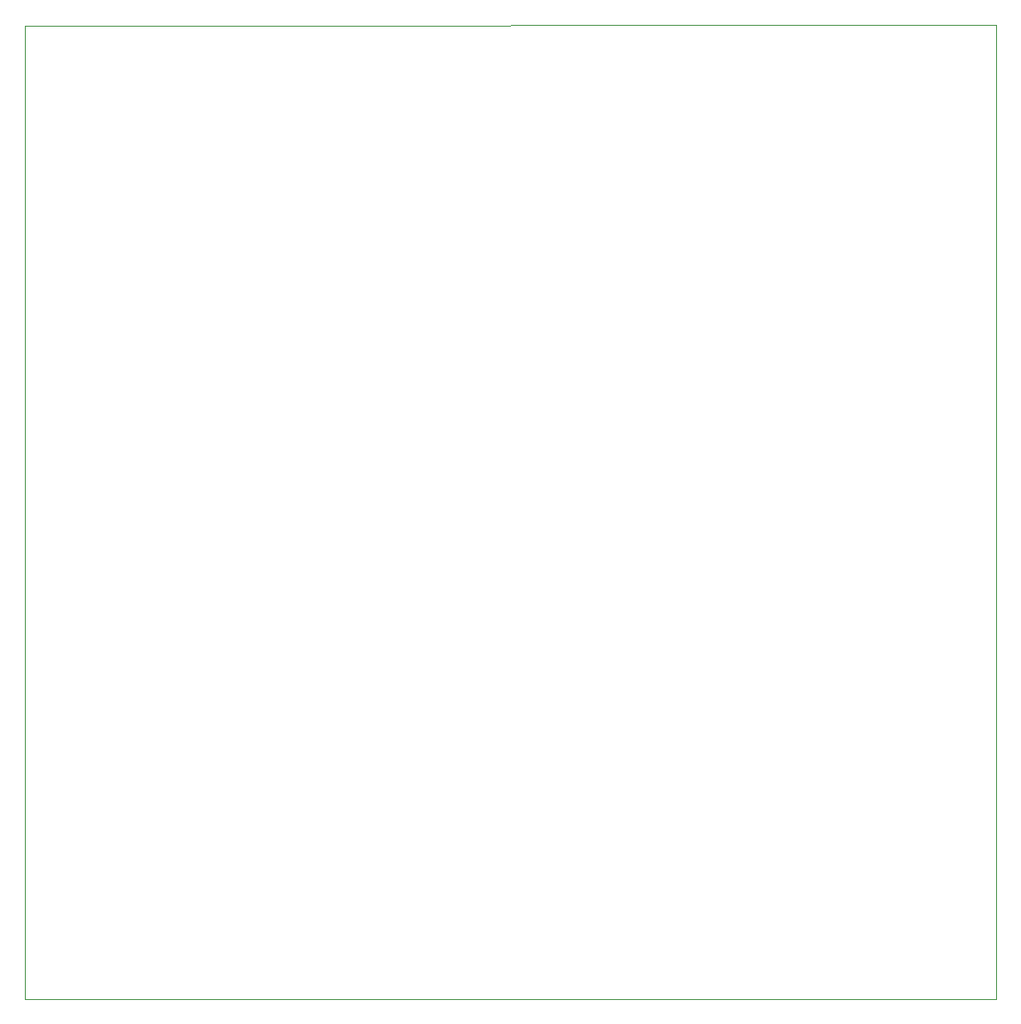
<source format=gm1>
%TF.GenerationSoftware,KiCad,Pcbnew,6.0.7+dfsg-1~bpo11+1*%
%TF.CreationDate,2022-08-31T21:43:44+02:00*%
%TF.ProjectId,PIC32MX795F512L,50494333-324d-4583-9739-35463531324c,rev?*%
%TF.SameCoordinates,Original*%
%TF.FileFunction,Profile,NP*%
%FSLAX46Y46*%
G04 Gerber Fmt 4.6, Leading zero omitted, Abs format (unit mm)*
G04 Created by KiCad (PCBNEW 6.0.7+dfsg-1~bpo11+1) date 2022-08-31 21:43:44*
%MOMM*%
%LPD*%
G01*
G04 APERTURE LIST*
%TA.AperFunction,Profile*%
%ADD10C,0.100000*%
%TD*%
G04 APERTURE END LIST*
D10*
X140462000Y-34691355D02*
X141605000Y-34605855D01*
X94742000Y-80538355D02*
X94742000Y-81554355D01*
X140462000Y-127401355D02*
X141605000Y-127401355D01*
X187325000Y-80452855D02*
X187325000Y-81554355D01*
X187325000Y-81554355D02*
X187325000Y-127401355D01*
X187325000Y-127401355D02*
X141605000Y-127401355D01*
X94742000Y-127401355D02*
X94742000Y-81554355D01*
X140462000Y-127401355D02*
X94742000Y-127401355D01*
X94742000Y-80538355D02*
X94742000Y-34691355D01*
X94742000Y-34691355D02*
X140462000Y-34691355D01*
X141605000Y-34605855D02*
X187325000Y-34605855D01*
X187325000Y-34605855D02*
X187325000Y-80452855D01*
M02*

</source>
